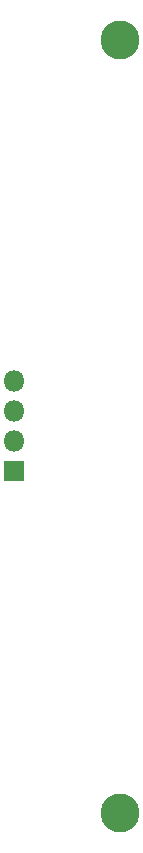
<source format=gbr>
%TF.GenerationSoftware,KiCad,Pcbnew,(5.1.6)-1*%
%TF.CreationDate,2020-10-09T22:59:05+02:00*%
%TF.ProjectId,zlpcba_f103c8,7a6c7063-6261-45f6-9631-303363382e6b,rev?*%
%TF.SameCoordinates,Original*%
%TF.FileFunction,Soldermask,Bot*%
%TF.FilePolarity,Negative*%
%FSLAX46Y46*%
G04 Gerber Fmt 4.6, Leading zero omitted, Abs format (unit mm)*
G04 Created by KiCad (PCBNEW (5.1.6)-1) date 2020-10-09 22:59:05*
%MOMM*%
%LPD*%
G01*
G04 APERTURE LIST*
%ADD10O,1.800000X1.800000*%
%ADD11R,1.800000X1.800000*%
%ADD12C,3.300000*%
G04 APERTURE END LIST*
D10*
%TO.C,J2*%
X106000000Y-100370000D03*
X106000000Y-102910000D03*
X106000000Y-105450000D03*
D11*
X106000000Y-107990000D03*
%TD*%
D12*
%TO.C,H2*%
X115000000Y-136990000D03*
%TD*%
%TO.C,H1*%
X115000000Y-71490000D03*
%TD*%
M02*

</source>
